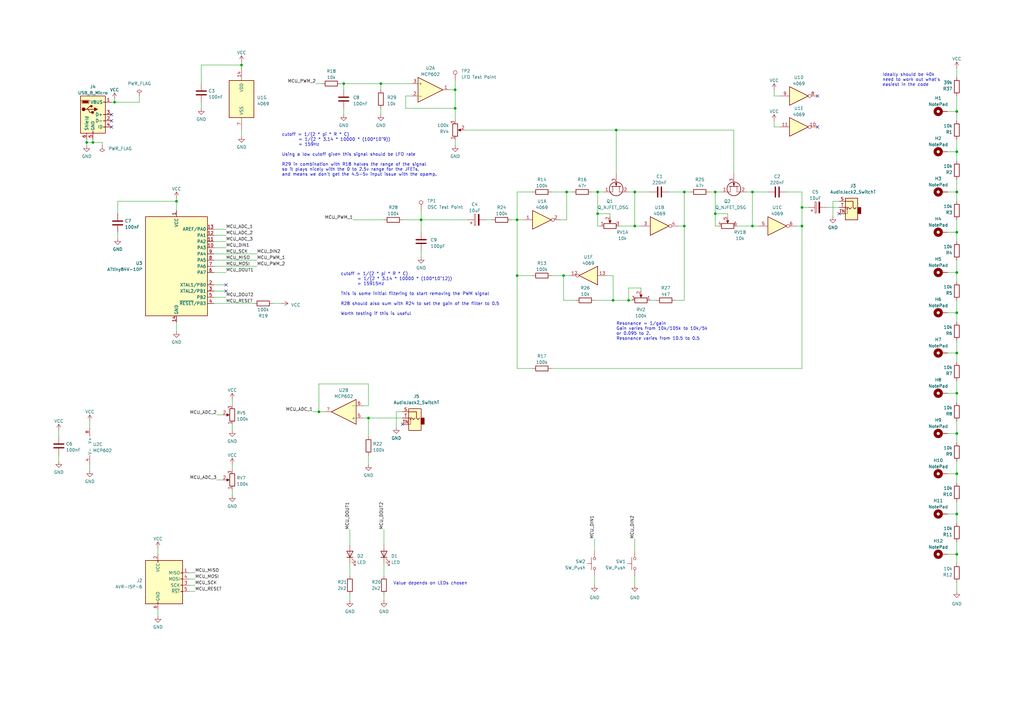
<source format=kicad_sch>
(kicad_sch (version 20230121) (generator eeschema)
  (paper "A3")
  (title_block (comment 2 "creativecommons.org/licenses/by/4.0/") (comment 3 "License: CC BY 4.0") (comment 4 "Author: Guy John"))
  (junction (at 156.21 34.29))
  (junction (at 308.61 92.71))
  (junction (at 252.73 53.34))
  (junction (at 130.81 168.91))
  (junction (at 260.35 78.74))
  (junction (at 212.09 113.03))
  (junction (at 392.43 194.31))
  (junction (at 392.43 161.29))
  (junction (at 392.43 78.74))
  (junction (at 245.11 87.63))
  (junction (at 308.61 78.74))
  (junction (at 392.43 227.33))
  (junction (at 46.99 41.91))
  (junction (at 260.35 92.71))
  (junction (at 140.97 34.29))
  (junction (at 293.37 87.63))
  (junction (at 72.39 82.55))
  (junction (at 186.69 36.83))
  (junction (at 35.56 58.42))
  (junction (at 392.43 128.27))
  (junction (at 392.43 111.76))
  (junction (at 280.67 78.74))
  (junction (at 186.69 44.45))
  (junction (at 257.81 123.19))
  (junction (at 392.43 62.23))
  (junction (at 293.37 78.74))
  (junction (at 392.43 45.72))
  (junction (at 392.43 95.25))
  (junction (at 99.06 26.67))
  (junction (at 151.13 171.45))
  (junction (at 172.72 90.17))
  (junction (at 328.93 85.09))
  (junction (at 38.1 58.42))
  (junction (at 245.11 78.74))
  (junction (at 212.09 90.17))
  (junction (at 232.41 78.74))
  (junction (at 251.46 123.19))
  (junction (at 328.93 92.71))
  (junction (at 392.43 144.78))
  (junction (at 280.67 92.71))
  (junction (at 392.43 177.8))
  (junction (at 231.14 113.03))
  (junction (at 392.43 210.82))
  (no_connect (at 92.71 119.38))
  (no_connect (at 335.28 52.07))
  (no_connect (at 45.72 49.53))
  (no_connect (at 165.1 173.99))
  (no_connect (at 344.17 87.63))
  (no_connect (at 335.28 39.37))
  (no_connect (at 45.72 46.99))
  (no_connect (at 92.71 116.84))
  (no_connect (at 45.72 52.07))
  (wire (pts (xy 280.67 78.74) (xy 280.67 92.71)))
  (wire (pts (xy 64.77 250.19) (xy 64.77 252.73)))
  (wire (pts (xy 388.62 128.27) (xy 392.43 128.27)))
  (wire (pts (xy 77.47 234.95) (xy 80.01 234.95)))
  (wire (pts (xy 317.5 49.53) (xy 317.5 52.07)))
  (wire (pts (xy 151.13 171.45) (xy 165.1 171.45)))
  (wire (pts (xy 226.06 113.03) (xy 231.14 113.03)))
  (wire (pts (xy 388.62 62.23) (xy 392.43 62.23)))
  (wire (pts (xy 317.5 52.07) (xy 320.04 52.07)))
  (wire (pts (xy 165.1 90.17) (xy 172.72 90.17)))
  (wire (pts (xy 293.37 92.71) (xy 294.64 92.71)))
  (wire (pts (xy 392.43 238.76) (xy 392.43 242.57)))
  (wire (pts (xy 35.56 57.15) (xy 35.56 58.42)))
  (wire (pts (xy 293.37 78.74) (xy 293.37 87.63)))
  (wire (pts (xy 77.47 240.03) (xy 80.01 240.03)))
  (wire (pts (xy 245.11 87.63) (xy 250.19 87.63)))
  (wire (pts (xy 111.76 124.46) (xy 115.57 124.46)))
  (wire (pts (xy 151.13 171.45) (xy 151.13 179.07)))
  (wire (pts (xy 262.89 119.38) (xy 262.89 118.11)))
  (wire (pts (xy 392.43 194.31) (xy 392.43 198.12)))
  (wire (pts (xy 293.37 92.71) (xy 293.37 87.63)))
  (wire (pts (xy 24.13 186.69) (xy 24.13 189.23)))
  (wire (pts (xy 392.43 161.29) (xy 392.43 165.1)))
  (wire (pts (xy 87.63 111.76) (xy 92.71 111.76)))
  (wire (pts (xy 87.63 99.06) (xy 92.71 99.06)))
  (wire (pts (xy 95.25 173.99) (xy 95.25 176.53)))
  (wire (pts (xy 82.55 41.91) (xy 82.55 44.45)))
  (wire (pts (xy 280.67 78.74) (xy 283.21 78.74)))
  (wire (pts (xy 140.97 34.29) (xy 156.21 34.29)))
  (wire (pts (xy 165.1 168.91) (xy 162.56 168.91)))
  (wire (pts (xy 326.39 92.71) (xy 328.93 92.71)))
  (wire (pts (xy 243.84 123.19) (xy 251.46 123.19)))
  (wire (pts (xy 95.25 200.66) (xy 95.25 203.2)))
  (wire (pts (xy 218.44 113.03) (xy 212.09 113.03)))
  (wire (pts (xy 38.1 57.15) (xy 38.1 58.42)))
  (wire (pts (xy 87.63 121.92) (xy 92.71 121.92)))
  (wire (pts (xy 57.15 41.91) (xy 46.99 41.91)))
  (wire (pts (xy 260.35 236.22) (xy 260.35 240.03)))
  (wire (pts (xy 328.93 85.09) (xy 331.47 85.09)))
  (wire (pts (xy 392.43 57.15) (xy 392.43 62.23)))
  (wire (pts (xy 388.62 45.72) (xy 392.43 45.72)))
  (wire (pts (xy 87.63 109.22) (xy 105.41 109.22)))
  (wire (pts (xy 209.55 90.17) (xy 212.09 90.17)))
  (wire (pts (xy 143.51 231.14) (xy 143.51 236.22)))
  (wire (pts (xy 190.5 53.34) (xy 252.73 53.34)))
  (wire (pts (xy 57.15 39.37) (xy 57.15 41.91)))
  (wire (pts (xy 257.81 118.11) (xy 257.81 123.19)))
  (wire (pts (xy 280.67 78.74) (xy 274.32 78.74)))
  (wire (pts (xy 308.61 78.74) (xy 308.61 92.71)))
  (wire (pts (xy 95.25 190.5) (xy 95.25 193.04)))
  (wire (pts (xy 290.83 78.74) (xy 293.37 78.74)))
  (wire (pts (xy 157.48 231.14) (xy 157.48 236.22)))
  (wire (pts (xy 87.63 93.98) (xy 92.71 93.98)))
  (wire (pts (xy 212.09 90.17) (xy 212.09 113.03)))
  (wire (pts (xy 344.17 82.55) (xy 341.63 82.55)))
  (wire (pts (xy 157.48 243.84) (xy 157.48 246.38)))
  (wire (pts (xy 392.43 210.82) (xy 392.43 214.63)))
  (wire (pts (xy 300.99 53.34) (xy 300.99 71.12)))
  (wire (pts (xy 392.43 39.37) (xy 392.43 45.72)))
  (wire (pts (xy 388.62 78.74) (xy 392.43 78.74)))
  (wire (pts (xy 248.92 113.03) (xy 251.46 113.03)))
  (wire (pts (xy 157.48 217.17) (xy 157.48 223.52)))
  (wire (pts (xy 162.56 168.91) (xy 162.56 175.26)))
  (wire (pts (xy 48.26 87.63) (xy 48.26 82.55)))
  (wire (pts (xy 392.43 222.25) (xy 392.43 227.33)))
  (wire (pts (xy 156.21 44.45) (xy 156.21 46.99)))
  (wire (pts (xy 392.43 95.25) (xy 392.43 99.06)))
  (wire (pts (xy 99.06 26.67) (xy 99.06 27.94)))
  (wire (pts (xy 392.43 172.72) (xy 392.43 177.8)))
  (wire (pts (xy 308.61 92.71) (xy 311.15 92.71)))
  (wire (pts (xy 129.54 34.29) (xy 132.08 34.29)))
  (wire (pts (xy 260.35 92.71) (xy 262.89 92.71)))
  (wire (pts (xy 392.43 111.76) (xy 392.43 115.57)))
  (wire (pts (xy 35.56 58.42) (xy 35.56 59.69)))
  (wire (pts (xy 41.91 58.42) (xy 41.91 59.69)))
  (wire (pts (xy 88.9 170.18) (xy 91.44 170.18)))
  (wire (pts (xy 328.93 78.74) (xy 322.58 78.74)))
  (wire (pts (xy 250.19 87.63) (xy 250.19 88.9)))
  (wire (pts (xy 257.81 118.11) (xy 262.89 118.11)))
  (wire (pts (xy 392.43 139.7) (xy 392.43 144.78)))
  (wire (pts (xy 46.99 40.64) (xy 46.99 41.91)))
  (wire (pts (xy 392.43 177.8) (xy 392.43 181.61)))
  (wire (pts (xy 140.97 44.45) (xy 140.97 46.99)))
  (wire (pts (xy 317.5 39.37) (xy 320.04 39.37)))
  (wire (pts (xy 168.91 39.37) (xy 166.37 39.37)))
  (wire (pts (xy 151.13 166.37) (xy 151.13 157.48)))
  (wire (pts (xy 341.63 82.55) (xy 341.63 88.9)))
  (wire (pts (xy 232.41 90.17) (xy 232.41 78.74)))
  (wire (pts (xy 36.83 190.5) (xy 36.83 193.04)))
  (wire (pts (xy 246.38 92.71) (xy 245.11 92.71)))
  (wire (pts (xy 392.43 90.17) (xy 392.43 95.25)))
  (wire (pts (xy 339.09 85.09) (xy 344.17 85.09)))
  (wire (pts (xy 306.07 78.74) (xy 308.61 78.74)))
  (wire (pts (xy 166.37 39.37) (xy 166.37 44.45)))
  (wire (pts (xy 254 92.71) (xy 260.35 92.71)))
  (wire (pts (xy 36.83 172.72) (xy 36.83 175.26)))
  (wire (pts (xy 388.62 177.8) (xy 392.43 177.8)))
  (wire (pts (xy 166.37 44.45) (xy 186.69 44.45)))
  (wire (pts (xy 392.43 205.74) (xy 392.43 210.82)))
  (wire (pts (xy 243.84 236.22) (xy 243.84 240.03)))
  (wire (pts (xy 156.21 34.29) (xy 156.21 36.83)))
  (wire (pts (xy 82.55 26.67) (xy 99.06 26.67)))
  (wire (pts (xy 87.63 124.46) (xy 104.14 124.46)))
  (wire (pts (xy 245.11 78.74) (xy 247.65 78.74)))
  (wire (pts (xy 388.62 227.33) (xy 392.43 227.33)))
  (wire (pts (xy 186.69 33.02) (xy 186.69 36.83)))
  (wire (pts (xy 392.43 123.19) (xy 392.43 128.27)))
  (wire (pts (xy 298.45 87.63) (xy 293.37 87.63)))
  (wire (pts (xy 317.5 36.83) (xy 317.5 39.37)))
  (wire (pts (xy 77.47 237.49) (xy 80.01 237.49)))
  (wire (pts (xy 260.35 220.98) (xy 260.35 226.06)))
  (wire (pts (xy 392.43 45.72) (xy 392.43 49.53)))
  (wire (pts (xy 232.41 78.74) (xy 234.95 78.74)))
  (wire (pts (xy 251.46 123.19) (xy 257.81 123.19)))
  (wire (pts (xy 278.13 92.71) (xy 280.67 92.71)))
  (wire (pts (xy 48.26 82.55) (xy 72.39 82.55)))
  (wire (pts (xy 266.7 78.74) (xy 260.35 78.74)))
  (wire (pts (xy 308.61 78.74) (xy 314.96 78.74)))
  (wire (pts (xy 212.09 78.74) (xy 212.09 90.17)))
  (wire (pts (xy 151.13 186.69) (xy 151.13 190.5)))
  (wire (pts (xy 46.99 41.91) (xy 45.72 41.91)))
  (wire (pts (xy 232.41 78.74) (xy 226.06 78.74)))
  (wire (pts (xy 388.62 210.82) (xy 392.43 210.82)))
  (wire (pts (xy 266.7 123.19) (xy 269.24 123.19)))
  (wire (pts (xy 139.7 34.29) (xy 140.97 34.29)))
  (wire (pts (xy 388.62 111.76) (xy 392.43 111.76)))
  (wire (pts (xy 87.63 104.14) (xy 105.41 104.14)))
  (wire (pts (xy 24.13 179.07) (xy 24.13 176.53)))
  (wire (pts (xy 388.62 95.25) (xy 392.43 95.25)))
  (wire (pts (xy 151.13 157.48) (xy 130.81 157.48)))
  (wire (pts (xy 231.14 113.03) (xy 231.14 123.19)))
  (wire (pts (xy 212.09 151.13) (xy 218.44 151.13)))
  (wire (pts (xy 172.72 86.36) (xy 172.72 90.17)))
  (wire (pts (xy 242.57 78.74) (xy 245.11 78.74)))
  (wire (pts (xy 186.69 57.15) (xy 186.69 59.69)))
  (wire (pts (xy 229.87 90.17) (xy 232.41 90.17)))
  (wire (pts (xy 82.55 34.29) (xy 82.55 26.67)))
  (wire (pts (xy 392.43 227.33) (xy 392.43 231.14)))
  (wire (pts (xy 72.39 82.55) (xy 72.39 86.36)))
  (wire (pts (xy 148.59 171.45) (xy 151.13 171.45)))
  (wire (pts (xy 392.43 73.66) (xy 392.43 78.74)))
  (wire (pts (xy 99.06 25.4) (xy 99.06 26.67)))
  (wire (pts (xy 392.43 27.94) (xy 392.43 31.75)))
  (wire (pts (xy 293.37 78.74) (xy 295.91 78.74)))
  (wire (pts (xy 392.43 144.78) (xy 392.43 148.59)))
  (wire (pts (xy 298.45 87.63) (xy 298.45 88.9)))
  (wire (pts (xy 148.59 166.37) (xy 151.13 166.37)))
  (wire (pts (xy 156.21 34.29) (xy 168.91 34.29)))
  (wire (pts (xy 199.39 90.17) (xy 201.93 90.17)))
  (wire (pts (xy 276.86 123.19) (xy 280.67 123.19)))
  (wire (pts (xy 143.51 217.17) (xy 143.51 223.52)))
  (wire (pts (xy 95.25 163.83) (xy 95.25 166.37)))
  (wire (pts (xy 87.63 116.84) (xy 92.71 116.84)))
  (wire (pts (xy 130.81 157.48) (xy 130.81 168.91)))
  (wire (pts (xy 280.67 92.71) (xy 280.67 123.19)))
  (wire (pts (xy 186.69 44.45) (xy 186.69 49.53)))
  (wire (pts (xy 388.62 194.31) (xy 392.43 194.31)))
  (wire (pts (xy 252.73 53.34) (xy 252.73 71.12)))
  (wire (pts (xy 130.81 168.91) (xy 133.35 168.91)))
  (wire (pts (xy 140.97 34.29) (xy 140.97 36.83)))
  (wire (pts (xy 328.93 92.71) (xy 328.93 151.13)))
  (wire (pts (xy 245.11 78.74) (xy 245.11 87.63)))
  (wire (pts (xy 77.47 242.57) (xy 80.01 242.57)))
  (wire (pts (xy 172.72 90.17) (xy 191.77 90.17)))
  (wire (pts (xy 226.06 151.13) (xy 328.93 151.13)))
  (wire (pts (xy 143.51 243.84) (xy 143.51 246.38)))
  (wire (pts (xy 186.69 44.45) (xy 186.69 36.83)))
  (wire (pts (xy 251.46 113.03) (xy 251.46 123.19)))
  (wire (pts (xy 184.15 36.83) (xy 186.69 36.83)))
  (wire (pts (xy 87.63 101.6) (xy 92.71 101.6)))
  (wire (pts (xy 252.73 53.34) (xy 300.99 53.34)))
  (wire (pts (xy 302.26 92.71) (xy 308.61 92.71)))
  (wire (pts (xy 328.93 85.09) (xy 328.93 78.74)))
  (wire (pts (xy 87.63 119.38) (xy 92.71 119.38)))
  (wire (pts (xy 172.72 90.17) (xy 172.72 95.25)))
  (wire (pts (xy 392.43 62.23) (xy 392.43 66.04)))
  (wire (pts (xy 260.35 78.74) (xy 260.35 92.71)))
  (wire (pts (xy 88.9 196.85) (xy 91.44 196.85)))
  (wire (pts (xy 218.44 78.74) (xy 212.09 78.74)))
  (wire (pts (xy 392.43 189.23) (xy 392.43 194.31)))
  (wire (pts (xy 64.77 224.79) (xy 64.77 227.33)))
  (wire (pts (xy 72.39 132.08) (xy 72.39 135.89)))
  (wire (pts (xy 257.81 123.19) (xy 259.08 123.19)))
  (wire (pts (xy 392.43 106.68) (xy 392.43 111.76)))
  (wire (pts (xy 236.22 123.19) (xy 231.14 123.19)))
  (wire (pts (xy 38.1 58.42) (xy 41.91 58.42)))
  (wire (pts (xy 144.78 90.17) (xy 157.48 90.17)))
  (wire (pts (xy 243.84 220.98) (xy 243.84 226.06)))
  (wire (pts (xy 212.09 90.17) (xy 214.63 90.17)))
  (wire (pts (xy 72.39 81.28) (xy 72.39 82.55)))
  (wire (pts (xy 172.72 102.87) (xy 172.72 105.41)))
  (wire (pts (xy 99.06 53.34) (xy 99.06 55.88)))
  (wire (pts (xy 212.09 113.03) (xy 212.09 151.13)))
  (wire (pts (xy 388.62 161.29) (xy 392.43 161.29)))
  (wire (pts (xy 87.63 96.52) (xy 92.71 96.52)))
  (wire (pts (xy 328.93 92.71) (xy 328.93 85.09)))
  (wire (pts (xy 35.56 58.42) (xy 38.1 58.42)))
  (wire (pts (xy 48.26 95.25) (xy 48.26 97.79)))
  (wire (pts (xy 233.68 113.03) (xy 231.14 113.03)))
  (wire (pts (xy 87.63 106.68) (xy 105.41 106.68)))
  (wire (pts (xy 392.43 156.21) (xy 392.43 161.29)))
  (wire (pts (xy 245.11 92.71) (xy 245.11 87.63)))
  (wire (pts (xy 392.43 78.74) (xy 392.43 82.55)))
  (wire (pts (xy 388.62 144.78) (xy 392.43 144.78)))
  (wire (pts (xy 128.27 168.91) (xy 130.81 168.91)))
  (wire (pts (xy 260.35 78.74) (xy 257.81 78.74)))
  (wire (pts (xy 392.43 128.27) (xy 392.43 132.08)))
  (text "Value depends on LEDs chosen" (at 161.29 240.03 0) (effects (font (size 1.27 1.27)) (justify left bottom)))
  (text "Ideally should be 40k\nneed to work out what's\neasiest in the code" (at 361.95 35.56 0) (effects (font (size 1.27 1.27)) (justify left bottom)))
  (text "Resonance = 1/gain\nGain varies from 10k/105k to 10k/5k\nor 0.095 to 2.\nResonance varies from 10.5 to 0.5" (at 252.73 139.7 0) (effects (font (size 1.27 1.27)) (justify left bottom)))
  (text "Things to test by modifying current prototype\n\nDoes R29 work to halve signal going into opamp and get rid of +v bump?\nIs C4 necessary?\nR16 and R25 47r change increase brightness?\nR26 R27 double to improve resonance?" (at 143.51 -15.24 0) (effects (font (size 1.27 1.27)) (justify left bottom)))
  (text "cutoff = 1/(2 * pi * R * C)\n       = 1/(2 * 3.14 * 10000 * (100*10^9))\n       = 159Hz\n\nUsing a low cutoff given this signal should be LFO rate\n\nR29 in combination with R18 halves the range of the signal\nso it plays nicely with the 0 to 2.5v range for the JFETs,\nand means we don't get the 4.5-5v input issue with the opamp." (at 115.57 72.39 0) (effects (font (size 1.27 1.27)) (justify left bottom)))
  (text "cutoff = 1/(2 * pi * R * C)\n       = 1/(2 * 3.14 * 10000 * (100*10^12))\n       = 15915Hz\n\nThis is some initial filtering to start removing the PWM signal\n\nR28 should also sum with R24 to set the gain of the filter to 0.5\n\nWorth testing if this is useful" (at 139.7 129.54 0) (effects (font (size 1.27 1.27)) (justify left bottom)))
  (label "MCU_DIN1" (at 92.71 101.6 0))
  (label "MCU_DOUT2" (at 92.71 121.92 0))
  (label "MCU_PWM_1" (at 105.41 106.68 0))
  (label "MCU_ADC_2" (at 92.71 96.52 0))
  (label "MCU_MISO" (at 92.71 106.68 0))
  (label "MCU_RESET" (at 80.01 242.57 0))
  (label "MCU_MOSI" (at 80.01 237.49 0))
  (label "MCU_DIN2" (at 105.41 104.14 0))
  (label "MCU_DOUT1" (at 92.71 111.76 0))
  (label "MCU_DIN2" (at 260.35 220.98 90))
  (label "MCU_PWM_2" (at 129.54 34.29 180))
  (label "MCU_MISO" (at 80.01 234.95 0))
  (label "MCU_DIN1" (at 243.84 220.98 90))
  (label "MCU_RESET" (at 92.71 124.46 0))
  (label "MCU_ADC_3" (at 92.71 99.06 0))
  (label "MCU_PWM_1" (at 144.78 90.17 180))
  (label "MCU_ADC_3" (at 88.9 196.85 180))
  (label "MCU_ADC_2" (at 88.9 170.18 180))
  (label "MCU_SCK" (at 92.71 104.14 0))
  (label "MCU_DOUT1" (at 143.51 217.17 90))
  (label "MCU_MOSI" (at 92.71 109.22 0))
  (label "MCU_ADC_1" (at 92.71 93.98 0))
  (label "MCU_ADC_1" (at 128.27 168.91 180))
  (label "MCU_PWM_2" (at 105.41 109.22 0))
  (label "MCU_SCK" (at 80.01 240.03 0))
  (label "MCU_DOUT2" (at 157.48 217.17 90))
  (symbol (lib_id "4xxx:4069") (at 327.66 52.07 0) (unit 5)
    (property "Reference" "U1" (at 327.66 44.45 0))
    (property "Value" "4069" (at 327.66 46.99 0))
    (property "Footprint" "Package_DIP:DIP-14_W7.62mm" (effects hide))
    (property "Datasheet" "http://www.intersil.com/content/dam/Intersil/documents/cd40/cd4069ubms.pdf" (effects hide))
  )
  (symbol (lib_id "Device:R") (at 392.43 218.44 0) (unit 1)
    (property "Reference" "R11" (at 390.652 219.2747 0) (effects (justify right)))
    (property "Value" "10k" (at 390.652 216.7378 0) (effects (justify right)))
    (property "Footprint" "Resistor_THT:R_Axial_DIN0207_L6.3mm_D2.5mm_P10.16mm_Horizontal" (effects hide))
    (property "Tolerance" "1%" (effects hide))
    (property "Power" "0.5W" (effects hide))
    (property "Spec" "metal film" (effects hide))
  )
  (symbol (lib_id "Device:R") (at 156.21 40.64 0) (unit 1)
    (property "Reference" "R29" (at 158.75 40.005 0) (effects (justify left)))
    (property "Value" "10k" (at 158.75 42.545 0) (effects (justify left)))
    (property "Footprint" "Resistor_THT:R_Axial_DIN0207_L6.3mm_D2.5mm_P10.16mm_Horizontal" (effects hide))
    (property "Tolerance" "1%" (effects hide))
    (property "Power" "0.5W" (effects hide))
    (property "Spec" "metal film" (effects hide))
  )
  (symbol (lib_id "Switch:SW_Push") (at 260.35 231.14 90) (mirror x) (unit 1)
    (property "Reference" "SW1" (at 256.667 230.3053 90) (effects (justify left)))
    (property "Value" "SW_Push" (at 256.667 232.8422 90) (effects (justify left)))
    (property "Footprint" "Button_Switch_THT:SW_PUSH_6mm" (effects hide))
  )
  (symbol (lib_id "Device:C") (at 24.13 182.88 0) (unit 1)
    (property "Reference" "C6" (at 27.051 182.0453 0) (effects (justify left)))
    (property "Value" "100nF" (at 27.051 184.5822 0) (effects (justify left)))
    (property "Footprint" "Capacitor_THT:C_Rect_L7.0mm_W3.5mm_P5.00mm" (effects hide))
    (property "Spec" "ceramic X7R" (effects hide))
    (property "Tolerance" "5%" (effects hide))
  )
  (symbol (lib_id "Mechanical:MountingHole_Pad") (at 386.08 95.25 90) (unit 1) (in_bom no)
    (property "Reference" "H4" (at 384.81 89.7722 90))
    (property "Value" "NotePad" (at 384.81 92.3091 90))
    (property "Footprint" "MountingHole:MountingHole_4.3mm_M4_DIN965_Pad" (effects hide))
  )
  (symbol (lib_id "Device:R") (at 273.05 123.19 270) (unit 1)
    (property "Reference" "R27" (at 273.05 118.11 90))
    (property "Value" "4k7" (at 273.05 120.65 90))
    (property "Footprint" "Resistor_THT:R_Axial_DIN0207_L6.3mm_D2.5mm_P10.16mm_Horizontal" (effects hide))
    (property "Tolerance" "1%" (effects hide))
    (property "Power" "0.5W" (effects hide))
    (property "Spec" "metal film" (effects hide))
  )
  (symbol (lib_id "power:VCC") (at 95.25 190.5 0) (unit 1)
    (property "Reference" "#PWR023" (effects hide))
    (property "Value" "VCC" (at 95.25 186.69 0))
  )
  (symbol (lib_id "Device:R") (at 392.43 168.91 0) (unit 1)
    (property "Reference" "R8" (at 390.652 169.7447 0) (effects (justify right)))
    (property "Value" "10k" (at 390.652 167.2078 0) (effects (justify right)))
    (property "Footprint" "Resistor_THT:R_Axial_DIN0207_L6.3mm_D2.5mm_P10.16mm_Horizontal" (effects hide))
    (property "Tolerance" "1%" (effects hide))
    (property "Power" "0.5W" (effects hide))
    (property "Spec" "metal film" (effects hide))
  )
  (symbol (lib_id "power:GND") (at 64.77 252.73 0) (unit 1)
    (property "Reference" "#PWR09" (effects hide))
    (property "Value" "GND" (at 64.77 257.1734 0))
  )
  (symbol (lib_id "Device:C") (at 270.51 78.74 90) (unit 1)
    (property "Reference" "C1" (at 270.51 72.39 90))
    (property "Value" "220nF" (at 270.51 74.93 90))
    (property "Footprint" "Capacitor_THT:C_Rect_L7.0mm_W3.5mm_P5.00mm" (effects hide))
    (property "Spec" "film" (effects hide))
    (property "Tolerance" "5%" (effects hide))
  )
  (symbol (lib_id "4xxx:4069") (at 222.25 90.17 0) (unit 1)
    (property "Reference" "U1" (at 222.25 82.55 0))
    (property "Value" "4069" (at 222.25 85.09 0))
    (property "Footprint" "Package_DIP:DIP-14_W7.62mm" (effects hide))
    (property "Datasheet" "http://www.intersil.com/content/dam/Intersil/documents/cd40/cd4069ubms.pdf" (effects hide))
  )
  (symbol (lib_id "power:VCC") (at 95.25 163.83 0) (unit 1)
    (property "Reference" "#PWR01" (effects hide))
    (property "Value" "VCC" (at 95.25 160.02 0))
  )
  (symbol (lib_id "power:VCC") (at 317.5 36.83 0) (unit 1)
    (property "Reference" "#PWR010" (effects hide))
    (property "Value" "VCC" (at 317.5 33.02 0))
  )
  (symbol (lib_id "Device:C_Polarized") (at 335.28 85.09 90) (unit 1)
    (property "Reference" "C5" (at 334.391 78.74 90))
    (property "Value" "10uF" (at 334.391 81.28 90))
    (property "Footprint" "Capacitor_THT:CP_Radial_D5.0mm_P2.00mm" (effects hide))
    (property "Spec" "electrolytic" (effects hide))
    (property "Tolerance" "20%" (effects hide))
    (property "Voltage" "50v" (effects hide))
  )
  (symbol (lib_id "power:GND") (at 162.56 175.26 0) (unit 1)
    (property "Reference" "#PWR0105" (effects hide))
    (property "Value" "GND" (at 162.56 179.7034 0))
  )
  (symbol (lib_id "Device:C_Polarized") (at 195.58 90.17 90) (unit 1)
    (property "Reference" "C4" (at 194.691 83.82 90))
    (property "Value" "10uF" (at 194.691 86.36 90))
    (property "Footprint" "Capacitor_THT:CP_Radial_D5.0mm_P2.00mm" (effects hide))
    (property "Spec" "electrolytic" (effects hide))
    (property "Tolerance" "20%" (effects hide))
    (property "Voltage" "50v" (effects hide))
  )
  (symbol (lib_id "Device:R") (at 392.43 119.38 0) (unit 1)
    (property "Reference" "R5" (at 390.652 120.2147 0) (effects (justify right)))
    (property "Value" "10k" (at 390.652 117.6778 0) (effects (justify right)))
    (property "Footprint" "Resistor_THT:R_Axial_DIN0207_L6.3mm_D2.5mm_P10.16mm_Horizontal" (effects hide))
    (property "Tolerance" "1%" (effects hide))
    (property "Power" "0.5W" (effects hide))
    (property "Spec" "metal film" (effects hide))
  )
  (symbol (lib_id "power:GND") (at 48.26 97.79 0) (unit 1)
    (property "Reference" "#PWR0101" (effects hide))
    (property "Value" "GND" (at 48.26 102.2334 0))
  )
  (symbol (lib_id "power:VCC") (at 115.57 124.46 270) (unit 1)
    (property "Reference" "#PWR05" (effects hide))
    (property "Value" "VCC" (at 119.38 125.095 90) (effects (justify left)))
  )
  (symbol (lib_id "Device:R") (at 222.25 113.03 270) (unit 1)
    (property "Reference" "R13" (at 222.25 107.95 90))
    (property "Value" "100k" (at 222.25 110.49 90))
    (property "Footprint" "Resistor_THT:R_Axial_DIN0207_L6.3mm_D2.5mm_P10.16mm_Horizontal" (effects hide))
    (property "Tolerance" "1%" (effects hide))
    (property "Power" "0.5W" (effects hide))
    (property "Spec" "metal film" (effects hide))
  )
  (symbol (lib_id "power:GND") (at 99.06 55.88 0) (unit 1)
    (property "Reference" "#PWR015" (effects hide))
    (property "Value" "GND" (at 99.06 60.3234 0))
  )
  (symbol (lib_id "power:GND") (at 243.84 240.03 0) (unit 1)
    (property "Reference" "#PWR019" (effects hide))
    (property "Value" "GND" (at 243.84 245.11 0))
  )
  (symbol (lib_id "Device:C") (at 318.77 78.74 90) (unit 1)
    (property "Reference" "C2" (at 318.77 72.39 90))
    (property "Value" "220nF" (at 318.77 74.93 90))
    (property "Footprint" "Capacitor_THT:C_Rect_L7.0mm_W3.5mm_P5.00mm" (effects hide))
    (property "Spec" "film" (effects hide))
    (property "Tolerance" "5%" (effects hide))
  )
  (symbol (lib_id "Device:R") (at 392.43 69.85 0) (unit 1)
    (property "Reference" "R2" (at 390.652 70.6847 0) (effects (justify right)))
    (property "Value" "10k" (at 390.652 68.1478 0) (effects (justify right)))
    (property "Footprint" "Resistor_THT:R_Axial_DIN0207_L6.3mm_D2.5mm_P10.16mm_Horizontal" (effects hide))
    (property "Tolerance" "1%" (effects hide))
    (property "Power" "0.5W" (effects hide))
    (property "Spec" "metal film" (effects hide))
  )
  (symbol (lib_id "Mechanical:MountingHole_Pad") (at 386.08 45.72 90) (unit 1) (in_bom no)
    (property "Reference" "H1" (at 384.81 40.2422 90))
    (property "Value" "NotePad" (at 384.81 42.7791 90))
    (property "Footprint" "MountingHole:MountingHole_4.3mm_M4_DIN965_Pad" (effects hide))
  )
  (symbol (lib_id "Device:R") (at 238.76 78.74 90) (unit 1)
    (property "Reference" "R16" (at 238.76 73.66 90))
    (property "Value" "47r" (at 238.76 76.2 90))
    (property "Footprint" "Resistor_THT:R_Axial_DIN0207_L6.3mm_D2.5mm_P10.16mm_Horizontal" (effects hide))
    (property "Tolerance" "1%" (effects hide))
    (property "Power" "0.5W" (effects hide))
    (property "Spec" "metal film" (effects hide))
  )
  (symbol (lib_id "power:PWR_FLAG") (at 57.15 39.37 0) (unit 1)
    (property "Reference" "#FLG01" (effects hide))
    (property "Value" "PWR_FLAG" (at 57.15 34.29 0))
  )
  (symbol (lib_id "Device:R") (at 222.25 78.74 90) (unit 1)
    (property "Reference" "R14" (at 222.25 73.66 90))
    (property "Value" "100k" (at 222.25 76.2 90))
    (property "Footprint" "Resistor_THT:R_Axial_DIN0207_L6.3mm_D2.5mm_P10.16mm_Horizontal" (effects hide))
    (property "Tolerance" "1%" (effects hide))
    (property "Power" "0.5W" (effects hide))
    (property "Spec" "metal film" (effects hide))
  )
  (symbol (lib_id "Device:R_Potentiometer") (at 95.25 170.18 180) (unit 1)
    (property "Reference" "RV5" (at 97.028 169.3453 0) (effects (justify right)))
    (property "Value" "100k" (at 97.028 171.8822 0) (effects (justify right)))
    (property "Footprint" "Potentiometer_THT:Potentiometer_Alpha_RD901F-40-00D_Single_Vertical_CircularHoles" (effects hide))
  )
  (symbol (lib_id "4xxx:4069") (at 327.66 39.37 0) (unit 4)
    (property "Reference" "U1" (at 327.66 31.75 0))
    (property "Value" "4069" (at 327.66 34.29 0))
    (property "Footprint" "Package_DIP:DIP-14_W7.62mm" (effects hide))
    (property "Datasheet" "http://www.intersil.com/content/dam/Intersil/documents/cd40/cd4069ubms.pdf" (effects hide))
  )
  (symbol (lib_id "Mechanical:MountingHole_Pad") (at 386.08 128.27 90) (unit 1) (in_bom no)
    (property "Reference" "H6" (at 384.81 122.7922 90))
    (property "Value" "NotePad" (at 384.81 125.3291 90))
    (property "Footprint" "MountingHole:MountingHole_4.3mm_M4_DIN965_Pad" (effects hide))
  )
  (symbol (lib_id "power:VCC") (at 24.13 176.53 0) (unit 1)
    (property "Reference" "#PWR07" (effects hide))
    (property "Value" "VCC" (at 24.13 172.72 0))
  )
  (symbol (lib_id "Connector_Audio:AudioJack2_SwitchT") (at 170.18 171.45 0) (mirror y) (unit 1)
    (property "Reference" "J5" (at 170.815 162.56 0))
    (property "Value" "AudioJack2_SwitchT" (at 170.815 165.1 0))
    (property "Footprint" "Connector_Audio:Jack_3.5mm_QingPu_WQP-PJ398SM_Vertical_CircularHoles" (effects hide))
  )
  (symbol (lib_id "Device:R_Potentiometer_Dual_Separate") (at 298.45 92.71 90) (unit 2)
    (property "Reference" "RV1" (at 303.53 95.25 90))
    (property "Value" "10k" (at 303.53 97.79 90))
    (property "Footprint" "Potentiometer_THT:Potentiometer_Alpha_RD902F-40-00D_Dual_Vertical" (effects hide))
  )
  (symbol (lib_id "Connector:TestPoint") (at 172.72 86.36 0) (unit 1)
    (property "Reference" "TP1" (at 175.26 82.423 0) (effects (justify left)))
    (property "Value" "OSC Test Point" (at 175.26 84.963 0) (effects (justify left)))
    (property "Footprint" "TestPoint:TestPoint_Loop_D2.50mm_Drill1.0mm_LowProfile" (effects hide))
  )
  (symbol (lib_id "Device:R") (at 143.51 240.03 0) (unit 1)
    (property "Reference" "R21" (at 138.43 238.76 0) (effects (justify left)))
    (property "Value" "2k2" (at 138.43 241.3 0) (effects (justify left)))
    (property "Footprint" "Resistor_THT:R_Axial_DIN0207_L6.3mm_D2.5mm_P10.16mm_Horizontal" (effects hide))
    (property "Tolerance" "1%" (effects hide))
    (property "Power" "0.5W" (effects hide))
    (property "Spec" "metal film" (effects hide))
  )
  (symbol (lib_id "Mechanical:MountingHole_Pad") (at 386.08 111.76 90) (unit 1) (in_bom no)
    (property "Reference" "H5" (at 384.81 106.2822 90))
    (property "Value" "NotePad" (at 384.81 108.8191 90))
    (property "Footprint" "MountingHole:MountingHole_4.3mm_M4_DIN965_Pad" (effects hide))
  )
  (symbol (lib_id "power:GND") (at 341.63 88.9 0) (unit 1)
    (property "Reference" "#PWR0110" (effects hide))
    (property "Value" "GND" (at 341.63 93.3434 0))
  )
  (symbol (lib_id "power:GND") (at 95.25 176.53 0) (unit 1)
    (property "Reference" "#PWR0106" (effects hide))
    (property "Value" "GND" (at 95.25 180.9734 0))
  )
  (symbol (lib_id "Device:R") (at 392.43 53.34 0) (unit 1)
    (property "Reference" "R1" (at 390.652 54.1747 0) (effects (justify right)))
    (property "Value" "10k" (at 390.652 51.6378 0) (effects (justify right)))
    (property "Footprint" "Resistor_THT:R_Axial_DIN0207_L6.3mm_D2.5mm_P10.16mm_Horizontal" (effects hide))
    (property "Tolerance" "1%" (effects hide))
    (property "Power" "0.5W" (effects hide))
    (property "Spec" "metal film" (effects hide))
  )
  (symbol (lib_id "power:GND") (at 172.72 105.41 0) (unit 1)
    (property "Reference" "#PWR017" (effects hide))
    (property "Value" "GND" (at 172.72 109.8534 0))
  )
  (symbol (lib_id "Device:R") (at 392.43 135.89 0) (unit 1)
    (property "Reference" "R6" (at 390.652 136.7247 0) (effects (justify right)))
    (property "Value" "10k" (at 390.652 134.1878 0) (effects (justify right)))
    (property "Footprint" "Resistor_THT:R_Axial_DIN0207_L6.3mm_D2.5mm_P10.16mm_Horizontal" (effects hide))
    (property "Tolerance" "1%" (effects hide))
    (property "Power" "0.5W" (effects hide))
    (property "Spec" "metal film" (effects hide))
  )
  (symbol (lib_id "power:VCC") (at 317.5 49.53 0) (unit 1)
    (property "Reference" "#PWR011" (effects hide))
    (property "Value" "VCC" (at 317.5 45.72 0))
  )
  (symbol (lib_id "power:GND") (at 156.21 46.99 0) (unit 1)
    (property "Reference" "#PWR025" (effects hide))
    (property "Value" "GND" (at 156.21 51.4334 0))
  )
  (symbol (lib_id "Device:R") (at 205.74 90.17 270) (unit 1)
    (property "Reference" "R24" (at 205.74 85.09 90))
    (property "Value" "100k" (at 205.74 87.63 90))
    (property "Footprint" "Resistor_THT:R_Axial_DIN0207_L6.3mm_D2.5mm_P10.16mm_Horizontal" (effects hide))
    (property "Tolerance" "1%" (effects hide))
    (property "Power" "0.5W" (effects hide))
    (property "Spec" "metal film" (effects hide))
  )
  (symbol (lib_id "Connector_Audio:AudioJack2_SwitchT") (at 349.25 85.09 0) (mirror y) (unit 1)
    (property "Reference" "J3" (at 349.885 76.2 0))
    (property "Value" "AudioJack2_SwitchT" (at 349.885 78.74 0))
    (property "Footprint" "Connector_Audio:Jack_3.5mm_QingPu_WQP-PJ398SM_Vertical_CircularHoles" (effects hide))
  )
  (symbol (lib_id "power:VCC") (at 99.06 25.4 0) (unit 1)
    (property "Reference" "#PWR014" (effects hide))
    (property "Value" "VCC" (at 99.06 21.59 0))
  )
  (symbol (lib_id "Device:R") (at 161.29 90.17 270) (unit 1)
    (property "Reference" "R28" (at 161.29 85.09 90))
    (property "Value" "100k" (at 161.29 87.63 90))
    (property "Footprint" "Resistor_THT:R_Axial_DIN0207_L6.3mm_D2.5mm_P10.16mm_Horizontal" (effects hide))
    (property "Tolerance" "1%" (effects hide))
    (property "Power" "0.5W" (effects hide))
    (property "Spec" "metal film" (effects hide))
  )
  (symbol (lib_id "power:VCC") (at 64.77 224.79 0) (unit 1)
    (property "Reference" "#PWR08" (effects hide))
    (property "Value" "VCC" (at 64.77 220.98 0))
  )
  (symbol (lib_id "power:GND") (at 72.39 135.89 0) (unit 1)
    (property "Reference" "#PWR0102" (effects hide))
    (property "Value" "GND" (at 72.39 140.3334 0))
  )
  (symbol (lib_id "Mechanical:MountingHole_Pad") (at 386.08 62.23 90) (unit 1) (in_bom no)
    (property "Reference" "H2" (at 384.81 56.7522 90))
    (property "Value" "NotePad" (at 384.81 59.2891 90))
    (property "Footprint" "MountingHole:MountingHole_4.3mm_M4_DIN965_Pad" (effects hide))
  )
  (symbol (lib_id "power:GND") (at 82.55 44.45 0) (unit 1)
    (property "Reference" "#PWR016" (effects hide))
    (property "Value" "GND" (at 82.55 48.8934 0))
  )
  (symbol (lib_id "Device:R") (at 392.43 185.42 0) (unit 1)
    (property "Reference" "R9" (at 390.652 186.2547 0) (effects (justify right)))
    (property "Value" "10k" (at 390.652 183.7178 0) (effects (justify right)))
    (property "Footprint" "Resistor_THT:R_Axial_DIN0207_L6.3mm_D2.5mm_P10.16mm_Horizontal" (effects hide))
    (property "Tolerance" "1%" (effects hide))
    (property "Power" "0.5W" (effects hide))
    (property "Spec" "metal film" (effects hide))
  )
  (symbol (lib_id "Device:C") (at 82.55 38.1 0) (unit 1)
    (property "Reference" "C3" (at 85.471 37.2653 0) (effects (justify left)))
    (property "Value" "100nF" (at 85.471 39.8022 0) (effects (justify left)))
    (property "Footprint" "Capacitor_THT:C_Rect_L7.0mm_W3.5mm_P5.00mm" (effects hide))
    (property "Spec" "ceramic X7R" (effects hide))
    (property "Tolerance" "5%" (effects hide))
  )
  (symbol (lib_id "power:PWR_FLAG") (at 41.91 59.69 180) (unit 1)
    (property "Reference" "#FLG02" (effects hide))
    (property "Value" "PWR_FLAG" (at 44.45 60.96 0) (effects (justify right)))
  )
  (symbol (lib_id "Device:R") (at 392.43 102.87 0) (unit 1)
    (property "Reference" "R4" (at 390.652 103.7047 0) (effects (justify right)))
    (property "Value" "10k" (at 390.652 101.1678 0) (effects (justify right)))
    (property "Footprint" "Resistor_THT:R_Axial_DIN0207_L6.3mm_D2.5mm_P10.16mm_Horizontal" (effects hide))
    (property "Tolerance" "1%" (effects hide))
    (property "Power" "0.5W" (effects hide))
    (property "Spec" "metal film" (effects hide))
  )
  (symbol (lib_id "Device:R_Potentiometer") (at 186.69 53.34 0) (mirror x) (unit 1)
    (property "Reference" "RV4" (at 184.15 53.975 0) (effects (justify right)))
    (property "Value" "100k" (at 184.15 51.435 0) (effects (justify right)))
    (property "Footprint" "Potentiometer_THT:Potentiometer_Alpha_RD901F-40-00D_Single_Vertical" (effects hide))
  )
  (symbol (lib_id "Device:R") (at 107.95 124.46 270) (unit 1)
    (property "Reference" "R19" (at 107.95 129.54 90))
    (property "Value" "100k" (at 107.95 127 90))
    (property "Footprint" "Resistor_THT:R_Axial_DIN0207_L6.3mm_D2.5mm_P10.16mm_Horizontal" (effects hide))
    (property "Tolerance" "1%" (effects hide))
    (property "Power" "0.5W" (effects hide))
    (property "Spec" "metal film" (effects hide))
  )
  (symbol (lib_id "4xxx:4069") (at 270.51 92.71 0) (unit 2)
    (property "Reference" "U1" (at 270.51 85.09 0))
    (property "Value" "4069" (at 270.51 87.63 0))
    (property "Footprint" "Package_DIP:DIP-14_W7.62mm" (effects hide))
    (property "Datasheet" "http://www.intersil.com/content/dam/Intersil/documents/cd40/cd4069ubms.pdf" (effects hide))
  )
  (symbol (lib_id "power:GND") (at 36.83 193.04 0) (unit 1)
    (property "Reference" "#PWR0103" (effects hide))
    (property "Value" "GND" (at 36.83 197.4834 0))
  )
  (symbol (lib_id "Device:R") (at 287.02 78.74 90) (unit 1)
    (property "Reference" "R25" (at 287.02 73.66 90))
    (property "Value" "47r" (at 287.02 76.2 90))
    (property "Footprint" "Resistor_THT:R_Axial_DIN0207_L6.3mm_D2.5mm_P10.16mm_Horizontal" (effects hide))
    (property "Tolerance" "1%" (effects hide))
    (property "Power" "0.5W" (effects hide))
    (property "Spec" "metal film" (effects hide))
  )
  (symbol (lib_id "Mechanical:MountingHole_Pad") (at 386.08 210.82 90) (unit 1) (in_bom no)
    (property "Reference" "H11" (at 384.81 205.3422 90))
    (property "Value" "NotePad" (at 384.81 207.8791 90))
    (property "Footprint" "MountingHole:MountingHole_4.3mm_M4_DIN965_Pad" (effects hide))
  )
  (symbol (lib_id "Amplifier_Operational:MCP602") (at 140.97 168.91 180) (unit 2)
    (property "Reference" "U2" (at 140.97 160.02 0))
    (property "Value" "MCP602" (at 140.97 162.56 0))
    (property "Footprint" "Package_DIP:DIP-8_W7.62mm" (effects hide))
    (property "Datasheet" "http://ww1.microchip.com/downloads/en/DeviceDoc/21314g.pdf" (effects hide))
  )
  (symbol (lib_id "power:GND") (at 392.43 242.57 0) (unit 1)
    (property "Reference" "#PWR03" (effects hide))
    (property "Value" "GND" (at 392.43 247.65 0))
  )
  (symbol (lib_id "power:GND") (at 143.51 246.38 0) (unit 1)
    (property "Reference" "#PWR0107" (effects hide))
    (property "Value" "GND" (at 143.51 250.8234 0))
  )
  (symbol (lib_id "Mechanical:MountingHole_Pad") (at 386.08 177.8 90) (unit 1) (in_bom no)
    (property "Reference" "H9" (at 384.81 172.3222 90))
    (property "Value" "NotePad" (at 384.81 174.8591 90))
    (property "Footprint" "MountingHole:MountingHole_4.3mm_M4_DIN965_Pad" (effects hide))
  )
  (symbol (lib_id "power:GND") (at 260.35 240.03 0) (unit 1)
    (property "Reference" "#PWR020" (effects hide))
    (property "Value" "GND" (at 260.35 245.11 0))
  )
  (symbol (lib_id "power:GND") (at 24.13 189.23 0) (unit 1)
    (property "Reference" "#PWR0104" (effects hide))
    (property "Value" "GND" (at 24.13 193.6734 0))
  )
  (symbol (lib_id "Device:C") (at 140.97 40.64 180) (unit 1)
    (property "Reference" "C8" (at 144.78 40.005 0) (effects (justify right)))
    (property "Value" "100nF" (at 144.78 42.545 0) (effects (justify right)))
    (property "Footprint" "Capacitor_THT:C_Rect_L7.0mm_W3.5mm_P5.00mm" (effects hide))
    (property "Spec" "ceramic X7R" (effects hide))
    (property "Tolerance" "5%" (effects hide))
  )
  (symbol (lib_id "Device:R") (at 222.25 151.13 270) (unit 1)
    (property "Reference" "R17" (at 222.25 146.05 90))
    (property "Value" "100k" (at 222.25 148.59 90))
    (property "Footprint" "Resistor_THT:R_Axial_DIN0207_L6.3mm_D2.5mm_P10.16mm_Horizontal" (effects hide))
    (property "Tolerance" "1%" (effects hide))
    (property "Power" "0.5W" (effects hide))
    (property "Spec" "metal film" (effects hide))
  )
  (symbol (lib_id "Device:R") (at 392.43 152.4 0) (unit 1)
    (property "Reference" "R7" (at 390.652 153.2347 0) (effects (justify right)))
    (property "Value" "10k" (at 390.652 150.6978 0) (effects (justify right)))
    (property "Footprint" "Resistor_THT:R_Axial_DIN0207_L6.3mm_D2.5mm_P10.16mm_Horizontal" (effects hide))
    (property "Tolerance" "1%" (effects hide))
    (property "Power" "0.5W" (effects hide))
    (property "Spec" "metal film" (effects hide))
  )
  (symbol (lib_id "Device:Q_NJFET_DSG") (at 252.73 76.2 90) (mirror x) (unit 1)
    (property "Reference" "Q1" (at 251.46 82.55 90) (effects (justify left)))
    (property "Value" "Q_NJFET_DSG" (at 257.81 85.09 90) (effects (justify left)))
    (property "Footprint" "Rumblesan_Standard_Parts:TO-92_Inline_Wide" (effects hide))
  )
  (symbol (lib_id "Amplifier_Operational:MCP602") (at 176.53 36.83 0) (unit 1)
    (property "Reference" "U2" (at 176.53 27.94 0))
    (property "Value" "MCP602" (at 176.53 30.48 0))
    (property "Footprint" "Package_DIP:DIP-8_W7.62mm" (effects hide))
    (property "Datasheet" "http://ww1.microchip.com/downloads/en/DeviceDoc/21314g.pdf" (effects hide))
  )
  (symbol (lib_id "Connector:AVR-ISP-6") (at 67.31 240.03 0) (unit 1)
    (property "Reference" "J2" (at 58.42 238.125 0) (effects (justify right)))
    (property "Value" "AVR-ISP-6" (at 58.42 240.665 0) (effects (justify right)))
    (property "Footprint" "Connector_PinHeader_2.54mm:PinHeader_2x03_P2.54mm_Vertical" (effects hide))
    (property "Datasheet" " ~" (effects hide))
  )
  (symbol (lib_id "4xxx:4069") (at 318.77 92.71 0) (unit 3)
    (property "Reference" "U1" (at 318.77 85.09 0))
    (property "Value" "4069" (at 318.77 87.63 0))
    (property "Footprint" "Package_DIP:DIP-14_W7.62mm" (effects hide))
    (property "Datasheet" "http://www.intersil.com/content/dam/Intersil/documents/cd40/cd4069ubms.pdf" (effects hide))
  )
  (symbol (lib_id "Device:R_Potentiometer") (at 262.89 123.19 270) (mirror x) (unit 1)
    (property "Reference" "RV2" (at 262.89 127 90))
    (property "Value" "100k" (at 262.89 129.54 90))
    (property "Footprint" "Potentiometer_THT:Potentiometer_Alpha_RD901F-40-00D_Single_Vertical" (effects hide))
  )
  (symbol (lib_id "Device:C") (at 172.72 99.06 180) (unit 1)
    (property "Reference" "C9" (at 176.53 98.425 0) (effects (justify right)))
    (property "Value" "100pF" (at 176.53 100.965 0) (effects (justify right)))
    (property "Footprint" "Capacitor_THT:C_Rect_L7.0mm_W3.5mm_P5.00mm" (effects hide))
    (property "Spec" "ceramic X7R" (effects hide))
    (property "Tolerance" "5%" (effects hide))
  )
  (symbol (lib_id "Mechanical:MountingHole_Pad") (at 386.08 194.31 90) (unit 1) (in_bom no)
    (property "Reference" "H10" (at 384.81 188.8322 90))
    (property "Value" "NotePad" (at 384.81 191.3691 90))
    (property "Footprint" "MountingHole:MountingHole_4.3mm_M4_DIN965_Pad" (effects hide))
  )
  (symbol (lib_id "Mechanical:MountingHole_Pad") (at 386.08 161.29 90) (unit 1) (in_bom no)
    (property "Reference" "H8" (at 384.81 155.8122 90))
    (property "Value" "NotePad" (at 384.81 158.3491 90))
    (property "Footprint" "MountingHole:MountingHole_4.3mm_M4_DIN965_Pad" (effects hide))
  )
  (symbol (lib_id "Device:R") (at 392.43 201.93 0) (unit 1)
    (property "Reference" "R10" (at 390.652 202.7647 0) (effects (justify right)))
    (property "Value" "10k" (at 390.652 200.2278 0) (effects (justify right)))
    (property "Footprint" "Resistor_THT:R_Axial_DIN0207_L6.3mm_D2.5mm_P10.16mm_Horizontal" (effects hide))
    (property "Tolerance" "1%" (effects hide))
    (property "Power" "0.5W" (effects hide))
    (property "Spec" "metal film" (effects hide))
  )
  (symbol (lib_id "Device:LED") (at 143.51 227.33 90) (unit 1)
    (property "Reference" "D2" (at 146.431 228.0828 90) (effects (justify right)))
    (property "Value" "LED" (at 146.431 230.6197 90) (effects (justify right)))
    (property "Footprint" "LED_THT:LED_D5.0mm" (effects hide))
  )
  (symbol (lib_id "Mechanical:MountingHole_Pad") (at 386.08 78.74 90) (unit 1) (in_bom no)
    (property "Reference" "H3" (at 384.81 73.2622 90))
    (property "Value" "NotePad" (at 384.81 75.7991 90))
    (property "Footprint" "MountingHole:MountingHole_4.3mm_M4_DIN965_Pad" (effects hide))
  )
  (symbol (lib_id "power:VCC") (at 392.43 27.94 0) (unit 1)
    (property "Reference" "#PWR02" (effects hide))
    (property "Value" "VCC" (at 392.43 24.13 0))
  )
  (symbol (lib_id "power:VCC") (at 72.39 81.28 0) (unit 1)
    (property "Reference" "#PWR04" (effects hide))
    (property "Value" "VCC" (at 72.39 77.47 0))
  )
  (symbol (lib_id "Amplifier_Operational:MCP602") (at 39.37 182.88 0) (unit 3)
    (property "Reference" "U2" (at 38.1 182.245 0) (effects (justify left)))
    (property "Value" "MCP602" (at 38.1 184.785 0) (effects (justify left)))
    (property "Footprint" "Package_DIP:DIP-8_W7.62mm" (effects hide))
    (property "Datasheet" "http://ww1.microchip.com/downloads/en/DeviceDoc/21314g.pdf" (effects hide))
  )
  (symbol (lib_id "MCU_Microchip_ATtiny:ATtiny84V-10P") (at 72.39 109.22 0) (unit 1)
    (property "Reference" "U3" (at 58.42 107.95 0) (effects (justify right)))
    (property "Value" "ATtiny84V-10P" (at 58.42 110.49 0) (effects (justify right)))
    (property "Footprint" "Package_DIP:DIP-14_W7.62mm" (effects hide))
    (property "Datasheet" "http://ww1.microchip.com/downloads/en/DeviceDoc/doc8006.pdf" (effects hide))
  )
  (symbol (lib_id "Mechanical:MountingHole_Pad") (at 386.08 144.78 90) (unit 1) (in_bom no)
    (property "Reference" "H7" (at 384.81 139.3022 90))
    (property "Value" "NotePad" (at 384.81 141.8391 90))
    (property "Footprint" "MountingHole:MountingHole_4.3mm_M4_DIN965_Pad" (effects hide))
  )
  (symbol (lib_id "Device:R") (at 240.03 123.19 270) (unit 1)
    (property "Reference" "R26" (at 240.03 118.11 90))
    (property "Value" "10k" (at 240.03 120.65 90))
    (property "Footprint" "Resistor_THT:R_Axial_DIN0207_L6.3mm_D2.5mm_P10.16mm_Horizontal" (effects hide))
    (property "Tolerance" "1%" (effects hide))
    (property "Power" "0.5W" (effects hide))
    (property "Spec" "metal film" (effects hide))
  )
  (symbol (lib_id "power:GND") (at 186.69 59.69 0) (unit 1)
    (property "Reference" "#PWR018" (effects hide))
    (property "Value" "GND" (at 186.69 64.1334 0))
  )
  (symbol (lib_id "power:VCC") (at 36.83 172.72 0) (unit 1)
    (property "Reference" "#PWR06" (effects hide))
    (property "Value" "VCC" (at 36.83 168.91 0))
  )
  (symbol (lib_id "Device:C") (at 48.26 91.44 0) (unit 1)
    (property "Reference" "C7" (at 51.181 90.6053 0) (effects (justify left)))
    (property "Value" "100nF" (at 51.181 93.1422 0) (effects (justify left)))
    (property "Footprint" "Capacitor_THT:C_Rect_L7.0mm_W3.5mm_P5.00mm" (effects hide))
    (property "Spec" "ceramic X7R" (effects hide))
    (property "Tolerance" "5%" (effects hide))
  )
  (symbol (lib_id "Device:R") (at 157.48 240.03 0) (unit 1)
    (property "Reference" "R20" (at 152.4 238.76 0) (effects (justify left)))
    (property "Value" "2k2" (at 152.4 241.3 0) (effects (justify left)))
    (property "Footprint" "Resistor_THT:R_Axial_DIN0207_L6.3mm_D2.5mm_P10.16mm_Horizontal" (effects hide))
    (property "Tolerance" "1%" (effects hide))
    (property "Power" "0.5W" (effects hide))
    (property "Spec" "metal film" (effects hide))
  )
  (symbol (lib_id "power:GND") (at 151.13 190.5 0) (unit 1)
    (property "Reference" "#PWR0108" (effects hide))
    (property "Value" "GND" (at 151.13 194.9434 0))
  )
  (symbol (lib_id "Device:R") (at 392.43 86.36 0) (unit 1)
    (property "Reference" "R3" (at 390.652 87.1947 0) (effects (justify right)))
    (property "Value" "10k" (at 390.652 84.6578 0) (effects (justify right)))
    (property "Footprint" "Resistor_THT:R_Axial_DIN0207_L6.3mm_D2.5mm_P10.16mm_Horizontal" (effects hide))
    (property "Tolerance" "1%" (effects hide))
    (property "Power" "0.5W" (effects hide))
    (property "Spec" "metal film" (effects hide))
  )
  (symbol (lib_id "Device:LED") (at 157.48 227.33 90) (unit 1)
    (property "Reference" "D1" (at 160.401 228.0828 90) (effects (justify right)))
    (property "Value" "LED" (at 160.401 230.6197 90) (effects (justify right)))
    (property "Footprint" "LED_THT:LED_D5.0mm" (effects hide))
  )
  (symbol (lib_id "power:GND") (at 35.56 59.69 0) (unit 1)
    (property "Reference" "#PWR012" (effects hide))
    (property "Value" "GND" (at 35.56 64.1334 0))
  )
  (symbol (lib_id "power:GND") (at 157.48 246.38 0) (unit 1)
    (property "Reference" "#PWR021" (effects hide))
    (property "Value" "GND" (at 157.48 250.8234 0))
  )
  (symbol (lib_id "4xxx:4069") (at 99.06 40.64 0) (unit 7)
    (property "Reference" "U1" (at 105.41 40.005 0) (effects (justify left)))
    (property "Value" "4069" (at 105.41 42.545 0) (effects (justify left)))
    (property "Footprint" "Package_DIP:DIP-14_W7.62mm" (effects hide))
    (property "Datasheet" "http://www.intersil.com/content/dam/Intersil/documents/cd40/cd4069ubms.pdf" (effects hide))
  )
  (symbol (lib_id "Device:R") (at 392.43 234.95 0) (unit 1)
    (property "Reference" "R12" (at 390.652 235.7847 0) (effects (justify right)))
    (property "Value" "10k" (at 390.652 233.2478 0) (effects (justify right)))
    (property "Footprint" "Resistor_THT:R_Axial_DIN0207_L6.3mm_D2.5mm_P10.16mm_Horizontal" (effects hide))
    (property "Tolerance" "1%" (effects hide))
    (property "Power" "0.5W" (effects hide))
    (property "Spec" "metal film" (effects hide))
  )
  (symbol (lib_id "power:VCC") (at 46.99 40.64 0) (unit 1)
    (property "Reference" "#PWR013" (effects hide))
    (property "Value" "VCC" (at 46.99 36.83 0))
  )
  (symbol (lib_id "power:GND") (at 95.25 203.2 0) (unit 1)
    (property "Reference" "#PWR024" (effects hide))
    (property "Value" "GND" (at 95.25 207.6434 0))
  )
  (symbol (lib_id "Mechanical:MountingHole_Pad") (at 386.08 227.33 90) (unit 1) (in_bom no)
    (property "Reference" "H12" (at 384.81 221.8522 90))
    (property "Value" "NotePad" (at 384.81 224.3891 90))
    (property "Footprint" "MountingHole:MountingHole_4.3mm_M4_DIN965_Pad" (effects hide))
  )
  (symbol (lib_id "Device:R_Potentiometer") (at 95.25 196.85 180) (unit 1)
    (property "Reference" "RV7" (at 97.028 196.0153 0) (effects (justify right)))
    (property "Value" "100k" (at 97.028 198.5522 0) (effects (justify right)))
    (property "Footprint" "Potentiometer_THT:Potentiometer_Alpha_RD901F-40-00D_Single_Vertical_CircularHoles" (effects hide))
  )
  (symbol (lib_id "Device:R") (at 151.13 182.88 180) (unit 1)
    (property "Reference" "R22" (at 152.908 182.0453 0) (effects (justify right)))
    (property "Value" "100k" (at 152.908 184.5822 0) (effects (justify right)))
    (property "Footprint" "Resistor_THT:R_Axial_DIN0207_L6.3mm_D2.5mm_P10.16mm_Horizontal" (effects hide))
    (property "Tolerance" "1%" (effects hide))
    (property "Power" "0.5W" (effects hide))
    (property "Spec" "metal film" (effects hide))
  )
  (symbol (lib_id "Device:Q_NJFET_DSG") (at 300.99 76.2 90) (mirror x) (unit 1)
    (property "Reference" "Q2" (at 299.72 82.55 90) (effects (justify left)))
    (property "Value" "Q_NJFET_DSG" (at 306.07 85.09 90) (effects (justify left)))
    (property "Footprint" "Rumblesan_Standard_Parts:TO-92_Inline_Wide" (effects hide))
  )
  (symbol (lib_id "Connector:TestPoint") (at 186.69 33.02 0) (unit 1)
    (property "Reference" "TP2" (at 189.23 29.083 0) (effects (justify left)))
    (property "Value" "LFO Test Point" (at 189.23 31.623 0) (effects (justify left)))
    (property "Footprint" "TestPoint:TestPoint_Loop_D2.50mm_Drill1.0mm_LowProfile" (effects hide))
  )
  (symbol (lib_id "power:GND") (at 140.97 46.99 0) (unit 1)
    (property "Reference" "#PWR022" (effects hide))
    (property "Value" "GND" (at 140.97 51.4334 0))
  )
  (symbol (lib_id "Device:R_Potentiometer_Dual_Separate") (at 250.19 92.71 90) (unit 1)
    (property "Reference" "RV1" (at 255.27 95.25 90))
    (property "Value" "10k" (at 255.27 97.79 90))
    (property "Footprint" "Potentiometer_THT:Potentiometer_Alpha_RD902F-40-00D_Dual_Vertical" (effects hide))
  )
  (symbol (lib_id "Device:R") (at 135.89 34.29 270) (unit 1)
    (property "Reference" "R18" (at 135.89 29.21 90))
    (property "Value" "10k" (at 135.89 31.75 90))
    (property "Footprint" "Resistor_THT:R_Axial_DIN0207_L6.3mm_D2.5mm_P10.16mm_Horizontal" (effects hide))
    (property "Tolerance" "1%" (effects hide))
    (property "Power" "0.5W" (effects hide))
    (property "Spec" "metal film" (effects hide))
  )
  (symbol (lib_id "4xxx:4069") (at 241.3 113.03 180) (unit 6)
    (property "Reference" "U1" (at 241.3 105.41 0))
    (property "Value" "4069" (at 241.3 107.95 0))
    (property "Footprint" "Package_DIP:DIP-14_W7.62mm" (effects hide))
    (property "Datasheet" "http://www.intersil.com/content/dam/Intersil/documents/cd40/cd4069ubms.pdf" (effects hide))
  )
  (symbol (lib_id "Switch:SW_Push") (at 243.84 231.14 90) (mirror x) (unit 1)
    (property "Reference" "SW2" (at 240.157 230.3053 90) (effects (justify left)))
    (property "Value" "SW_Push" (at 240.157 232.8422 90) (effects (justify left)))
    (property "Footprint" "Button_Switch_THT:SW_PUSH_6mm" (effects hide))
    (property "Part" "Omron B3F-1070 Extended" (effects hide))
  )
  (symbol (lib_id "Connector:USB_B_Micro") (at 38.1 46.99 0) (unit 1)
    (property "Reference" "J4" (at 38.1 35.56 0))
    (property "Value" "USB_B_Micro" (at 38.1 38.1 0))
    (property "Footprint" "USBPower:AMPHENOL_10103593-0001LF" (effects hide))
  )
  (symbol (lib_id "Device:R") (at 392.43 35.56 0) (unit 1)
    (property "Reference" "R37" (at 390.652 36.3947 0) (effects (justify right)))
    (property "Value" "39k" (at 390.652 33.8578 0) (effects (justify right)))
    (property "Footprint" "Resistor_THT:R_Axial_DIN0207_L6.3mm_D2.5mm_P10.16mm_Horizontal" (effects hide))
    (property "Tolerance" "1%" (effects hide))
    (property "Power" "0.5W" (effects hide))
    (property "Spec" "metal film" (effects hide))
  )
)
</source>
